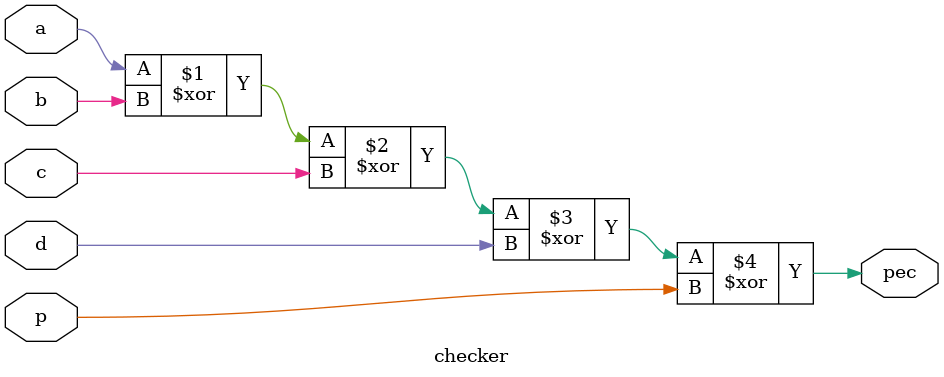
<source format=v>
`timescale 1ns / 1ps

module checker(
    input a, b, c, d, p,
    output pec
    );

assign pec = a^b^c^d^p;

endmodule

</source>
